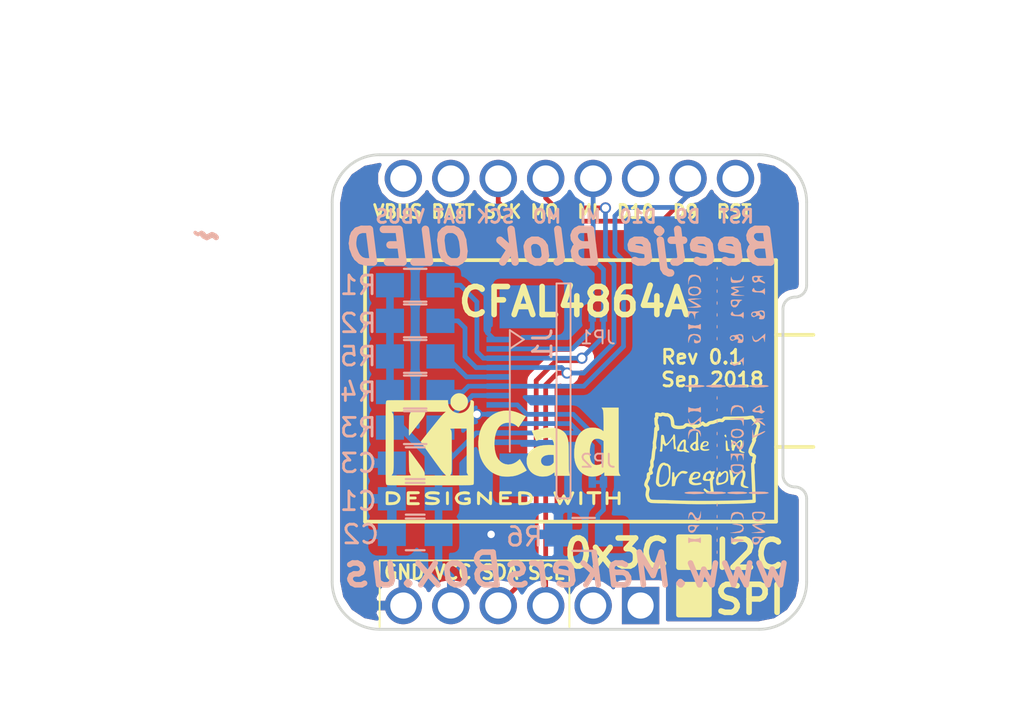
<source format=kicad_pcb>
(kicad_pcb (version 4) (host pcbnew 4.0.7)
  (title_block (title "Beetje 32U4 Blok") (date 2018-08-10) (rev 0.0) (company www.MakersBox.us) (comment 1 648.ken@gmail.com))
  (layers (0 F.Cu signal) (31 B.Cu signal hide) (34 B.Paste user) (35 F.Paste user) (36 B.SilkS user) (37 F.SilkS user) (38 B.Mask user) (39 F.Mask user) (44 Edge.Cuts user))
  (net 0 "")
  (net 1 GND)
  (net 2 VBUS)
  (net 3 +BATT)
  (net 4 /D10)
  (net 5 /D9)
  (net 6 /A0)
  (net 7 /~RESET)
  (net 8 VCC)
  (net 9 "Net-(J1-Pad5)")
  (net 10 "Net-(J1-Pad7)")
  (net 11 "Net-(J1-Pad2)")
  (net 12 "Net-(J1-Pad8)")
  (net 13 /MISO)
  (net 14 /MOSI)
  (net 15 /D6)
  (module footprints:Beetje_Bottom (layer F.Cu) (at 158.75 110.49 270)
    (fp_text reference J2 hide)
    (fp_text value Beetje_Bottom)
    (fp_text user "GND VCC SDA SCL " (at -1.778 8.636 360) (layer F.SilkS) (effects (font (size 0.75 0.7))))
    (pad 1 thru_hole rect (at 0 0 270) (size 2 2) (drill 1.4) (layers *.Cu *.Mask) (net 6 /A0))
    (pad 2 thru_hole oval (at 0 2.54 270) (size 2 2) (drill 1.4) (layers *.Cu *.Mask) (net 15 /D6))
    (pad 3 thru_hole oval (at 0 5.08 270) (size 2 2) (drill 1.4) (layers *.Cu *.Mask) (net 14 /MOSI))
    (pad 4 thru_hole oval (at 0 7.62 270) (size 2 2) (drill 1.4) (layers *.Cu *.Mask) (net 13 /MISO))
    (pad 5 thru_hole oval (at 0 10.16 270) (size 2 2) (drill 1.4) (layers *.Cu *.Mask) (net 8 VCC))
    (pad 6 thru_hole oval (at 0 12.7 270) (size 2 2) (drill 1.4) (layers *.Cu *.Mask) (net 1 GND))
  )
  (module footprints:Jumper (layer B.Cu) (at 156.464 94.996 180)
    (fp_text reference JP1 (at 0 -1.143 180) (layer B.SilkS) (effects (font (size 0.7 0.7) (thickness 0.1)) (justify mirror)))
    (fp_text value Jumper)
    (pad 1 smd rect (at -0.3 0 180) (size 0.4 0.6) (layers B.Cu B.Paste B.Mask) (net 13 /MISO))
    (pad 2 smd rect (at 0.3 0 180) (size 0.4 0.6) (layers B.Cu B.Paste B.Mask) (net 11 "Net-(J1-Pad2)"))
    (pad MP1 smd rect (at 0 0 180) (size 0.254 0.2032) (layers B.Cu B.Paste B.Mask))
  )
  (module footprints:Jumper (layer B.Cu) (at 156.464 103.886)
    (fp_text reference JP2 (at 0 -1.143) (layer B.SilkS) (effects (font (size 0.7 0.7) (thickness 0.1)) (justify mirror)))
    (fp_text value Jumper)
    (pad 1 smd rect (at -0.3 0) (size 0.4 0.6) (layers B.Cu B.Paste B.Mask) (net 8 VCC))
    (pad 2 smd rect (at 0.3 0) (size 0.4 0.6) (layers B.Cu B.Paste B.Mask) (net 12 "Net-(J1-Pad8)"))
    (pad MP1 smd rect (at 0 0) (size 0.254 0.2032) (layers B.Cu B.Paste B.Mask))
  )
  (module connector-FFC:Hirose_FH12-12S-0.5SH_1x12-1MP_P0.50mm_Horizontal (layer B.Cu) (at 153 99 270)
    (fp_text reference J1 (at -2.5 -0.5 270) (layer B.SilkS) (effects (justify mirror)))
    (fp_text value 12FFCC)
    (pad MP smd rect (at 4.5 0.25 270) (size 2.3 3.1) (layers B.Cu B.Paste B.Mask))
    (pad MP smd rect (at -4.5 0.25 270) (size 2.3 3.1) (layers B.Cu B.Paste B.Mask))
    (pad 1 smd rect (at -2.75 1.85 270) (size 0.3 1.3) (layers B.Cu B.Paste B.Mask) (net 1 GND))
    (pad 2 smd rect (at -2.25 1.85 270) (size 0.3 1.3) (layers B.Cu B.Paste B.Mask) (net 11 "Net-(J1-Pad2)"))
    (pad 3 smd rect (at -1.75 1.85 270) (size 0.3 1.3) (layers B.Cu B.Paste B.Mask) (net 13 /MISO))
    (pad 4 smd rect (at -1.25 1.85 270) (size 0.3 1.3) (layers B.Cu B.Paste B.Mask) (net 14 /MOSI))
    (pad 5 smd rect (at -0.75 1.85 270) (size 0.3 1.3) (layers B.Cu B.Paste B.Mask) (net 9 "Net-(J1-Pad5)"))
    (pad 6 smd rect (at -0.25 1.85 270) (size 0.3 1.3) (layers B.Cu B.Paste B.Mask) (net 5 /D9))
    (pad 7 smd rect (at 0.25 1.85 270) (size 0.3 1.3) (layers B.Cu B.Paste B.Mask) (net 10 "Net-(J1-Pad7)"))
    (pad 8 smd rect (at 0.75 1.85 270) (size 0.3 1.3) (layers B.Cu B.Paste B.Mask) (net 12 "Net-(J1-Pad8)"))
    (pad 9 smd rect (at 1.25 1.85 270) (size 0.3 1.3) (layers B.Cu B.Paste B.Mask) (net 1 GND))
    (pad 10 smd rect (at 1.75 1.85 270) (size 0.3 1.3) (layers B.Cu B.Paste B.Mask) (net 8 VCC))
    (pad 11 smd rect (at 2.25 1.85 270) (size 0.3 1.3) (layers B.Cu B.Paste B.Mask) (net 8 VCC))
    (pad 12 smd rect (at 2.75 1.85 270) (size 0.3 1.3) (layers B.Cu B.Paste B.Mask) (net 1 GND))
  )
  (module footprints:MadeInOregonRev25 (layer B.Cu) (at 162.052 102.616 180)
    (fp_text reference VAL hide)
    (fp_text value MadeInOregonRev25 hide)
  )
  (module footprints:config (layer B.Cu) (at 163.322 100.076 270)
    (fp_text reference G*** hide)
    (fp_text value LOGO hide)
  )
  (module Symbols:KiCad-Logo2_6mm_SilkScreen (layer F.Cu) (at 151.384 102.108)
    (fp_text reference REF*** hide)
    (fp_text value KiCad-Logo2_6mm_SilkScreen hide)
  )
  (module footprints:Beetje_Top (layer F.Cu) (at 163.83 87.63 270)
    (fp_text reference J4 hide)
    (fp_text value Beetje_Top)
    (fp_text user "RST  D9  D10  MI  MO  SCK BAT VBUS" (at 2.032 9.144 360) (layer B.SilkS) (effects (font (size 0.7 0.675)) (justify mirror)))
    (fp_text user "VBUS BATT SCK MO  MI  D10  D9  RST" (at 1.778 9.271 360) (layer F.SilkS) (effects (font (size 0.7 0.675))))
    (pad 1 thru_hole circle (at 0 0 270) (size 2 2) (drill 1.4) (layers *.Cu *.Mask) (net 7 /~RESET))
    (pad 2 thru_hole oval (at 0 2.54 270) (size 2 2) (drill 1.4) (layers *.Cu *.Mask) (net 5 /D9))
    (pad 3 thru_hole oval (at 0 5.08 270) (size 2 2) (drill 1.4) (layers *.Cu *.Mask) (net 4 /D10))
    (pad 4 thru_hole oval (at 0 7.62 270) (size 2 2) (drill 1.4) (layers *.Cu *.Mask) (net 13 /MISO))
    (pad 5 thru_hole circle (at 0 10.16 270) (size 2 2) (drill 1.4) (layers *.Cu *.Mask) (net 14 /MOSI))
    (pad 6 thru_hole circle (at 0 12.7 270) (size 2 2) (drill 1.4) (layers *.Cu *.Mask) (net 5 /D9))
    (pad 7 thru_hole circle (at 0 15.24 270) (size 2 2) (drill 1.4) (layers *.Cu *.Mask) (net 3 +BATT))
    (pad 8 thru_hole circle (at 0 17.78 270) (size 2 2) (drill 1.4) (layers *.Cu *.Mask) (net 2 VBUS))
  )
  (module Capacitors_SMD:C_0805_HandSoldering (layer B.Cu) (at 146.685 106.68 180)
    (fp_text reference C2 (at 2.921 0 360) (layer B.SilkS) (effects (justify mirror)))
    (fp_text value 0.1uF)
    (pad 1 smd rect (at -1.25 0 180) (size 1.5 1.25) (layers B.Cu B.Paste B.Mask) (net 8 VCC))
    (pad 2 smd rect (at 1.25 0 180) (size 1.5 1.25) (layers B.Cu B.Paste B.Mask) (net 1 GND))
  )
  (module Capacitors_SMD:C_0805_HandSoldering (layer B.Cu) (at 146.685 104.775 180)
    (fp_text reference C1 (at 3.048 -0.127 360) (layer B.SilkS) (effects (justify mirror)))
    (fp_text value 1uF)
    (pad 1 smd rect (at -1.25 0 180) (size 1.5 1.25) (layers B.Cu B.Paste B.Mask) (net 8 VCC))
    (pad 2 smd rect (at 1.25 0 180) (size 1.5 1.25) (layers B.Cu B.Paste B.Mask) (net 1 GND))
  )
  (module Capacitors_SMD:C_0805_HandSoldering (layer B.Cu) (at 146.685 102.87 180)
    (fp_text reference C3 (at 3.048 0 180) (layer B.SilkS) (effects (justify mirror)))
    (fp_text value 0.1uF)
    (pad 1 smd rect (at -1.25 0 180) (size 1.5 1.25) (layers B.Cu B.Paste B.Mask) (net 8 VCC))
    (pad 2 smd rect (at 1.25 0 180) (size 1.5 1.25) (layers B.Cu B.Paste B.Mask) (net 1 GND))
  )
  (module Resistors_SMD:R_0805_HandSoldering (layer B.Cu) (at 146.685 100.965)
    (fp_text reference R3 (at -3.048 0) (layer B.SilkS) (effects (justify mirror)))
    (fp_text value 10K)
    (pad 1 smd rect (at -1.35 0) (size 1.5 1.3) (layers B.Cu B.Paste B.Mask) (net 8 VCC))
    (pad 2 smd rect (at 1.35 0) (size 1.5 1.3) (layers B.Cu B.Paste B.Mask) (net 10 "Net-(J1-Pad7)"))
  )
  (module Resistors_SMD:R_0805_HandSoldering (layer B.Cu) (at 146.685 99.06)
    (fp_text reference R4 (at -3.048 0) (layer B.SilkS) (effects (justify mirror)))
    (fp_text value 10K)
    (pad 1 smd rect (at -1.35 0) (size 1.5 1.3) (layers B.Cu B.Paste B.Mask) (net 8 VCC))
    (pad 2 smd rect (at 1.35 0) (size 1.5 1.3) (layers B.Cu B.Paste B.Mask) (net 5 /D9))
  )
  (module Resistors_SMD:R_0805_HandSoldering (layer B.Cu) (at 146.685 97.155)
    (fp_text reference R5 (at -3.048 0) (layer B.SilkS) (effects (justify mirror)))
    (fp_text value 10K)
    (pad 1 smd rect (at -1.35 0) (size 1.5 1.3) (layers B.Cu B.Paste B.Mask) (net 8 VCC))
    (pad 2 smd rect (at 1.35 0) (size 1.5 1.3) (layers B.Cu B.Paste B.Mask) (net 9 "Net-(J1-Pad5)"))
  )
  (module Resistors_SMD:R_0805_HandSoldering (layer B.Cu) (at 146.685 95.25)
    (fp_text reference R2 (at -3.048 0.127) (layer B.SilkS) (effects (justify mirror)))
    (fp_text value 4K7)
    (pad 1 smd rect (at -1.35 0) (size 1.5 1.3) (layers B.Cu B.Paste B.Mask) (net 8 VCC))
    (pad 2 smd rect (at 1.35 0) (size 1.5 1.3) (layers B.Cu B.Paste B.Mask) (net 14 /MOSI))
  )
  (module Resistors_SMD:R_0805_HandSoldering (layer B.Cu) (at 146.685 93.345)
    (fp_text reference R1 (at -3.048 0) (layer B.SilkS) (effects (justify mirror)))
    (fp_text value 4K7)
    (pad 1 smd rect (at -1.35 0) (size 1.5 1.3) (layers B.Cu B.Paste B.Mask) (net 8 VCC))
    (pad 2 smd rect (at 1.35 0) (size 1.5 1.3) (layers B.Cu B.Paste B.Mask) (net 13 /MISO))
  )
  (module Resistors_SMD:R_0805_HandSoldering (layer B.Cu) (at 155.702 106.68 180)
    (fp_text reference R6 (at 3.175 -0.127 180) (layer B.SilkS) (effects (justify mirror)))
    (fp_text value 10K)
    (pad 1 smd rect (at -1.35 0 180) (size 1.5 1.3) (layers B.Cu B.Paste B.Mask) (net 12 "Net-(J1-Pad8)"))
    (pad 2 smd rect (at 1.35 0 180) (size 1.5 1.3) (layers B.Cu B.Paste B.Mask) (net 1 GND))
  )
  (gr_line (start 167.64 104.775) (end 167.64 109.22) (angle 90) (layer Edge.Cuts) (width 0.15))
  (gr_line (start 167.64 93.345) (end 167.64 88.9) (angle 90) (layer Edge.Cuts) (width 0.15))
  (gr_line (start 166.37 103.505) (end 166.37 94.615) (angle 90) (layer Edge.Cuts) (width 0.15))
  (gr_arc (start 167.005 103.505) (end 167.005 104.14) (angle 90) (layer Edge.Cuts) (width 0.15))
  (gr_arc (start 167.005 104.775) (end 167.005 104.14) (angle 90) (layer Edge.Cuts) (width 0.15))
  (gr_arc (start 167.005 94.615) (end 166.37 94.615) (angle 90) (layer Edge.Cuts) (width 0.15))
  (gr_arc (start 167.005 93.345) (end 167.64 93.345) (angle 90) (layer Edge.Cuts) (width 0.15))
  (gr_text 0x3C (at 157.48 107.696) (layer F.SilkS) (effects (font (size 1.5 1.5) (thickness 0.3))))
  (gr_text "I2C\nSPI" (at 164.592 108.966) (layer F.SilkS) (effects (font (size 1.5 1.5) (thickness 0.3))))
  (gr_line (start 166 102) (end 168 102) (angle 90) (layer F.SilkS) (width 0.2))
  (gr_line (start 166 96) (end 168 96) (angle 90) (layer F.SilkS) (width 0.2))
  (gr_line (start 144 106) (end 166 106) (angle 90) (layer F.SilkS) (width 0.2))
  (gr_line (start 166 92) (end 166 106) (angle 90) (layer F.SilkS) (width 0.2))
  (gr_line (start 144 92) (end 144 106) (angle 90) (layer F.SilkS) (width 0.2))
  (gr_line (start 144 92) (end 166 92) (angle 90) (layer F.SilkS) (width 0.2))
  (gr_text CFAL4864A (at 155.194 94.234) (layer F.SilkS) (effects (font (size 1.5 1.5) (thickness 0.3))))
  (gr_text "Rev 0.1\nSep 2018" (at 159.766 97.79) (layer F.SilkS) (effects (font (size 0.75 0.75)) (justify left)))
  (gr_line (start 142.24 109.22) (end 142.24 88.9) (angle 90) (layer Edge.Cuts) (width 0.15))
  (gr_line (start 165.1 111.76) (end 144.78 111.76) (angle 90) (layer Edge.Cuts) (width 0.15))
  (gr_line (start 144.78 86.36) (end 165.1 86.36) (angle 90) (layer Edge.Cuts) (width 0.15))
  (gr_arc (start 144.78 88.9) (end 142.24 88.9) (angle 90) (layer Edge.Cuts) (width 0.15))
  (gr_arc (start 144.78 109.22) (end 144.78 111.76) (angle 90) (layer Edge.Cuts) (width 0.15))
  (gr_arc (start 165.1 109.22) (end 167.64 109.22) (angle 90) (layer Edge.Cuts) (width 0.15))
  (gr_arc (start 165.1 88.9) (end 165.1 86.36) (angle 90) (layer Edge.Cuts) (width 0.15))
  (gr_text www.MakersBox.us (at 167.005 108.585) (layer B.SilkS) (effects (font (size 1.75 1.75) (thickness 0.3) italic) (justify left mirror)))
  (gr_text "Beetje Blok OLED" (at 166.37 91.313) (layer B.SilkS) (effects (font (size 1.75 1.75) (thickness 0.4) italic) (justify left mirror)))
  (gr_text ~ (at 135.636 90.678) (layer B.SilkS) (effects (font (size 1.5 1.5) (thickness 0.3)) (justify mirror)))
  (gr_text ~ (at 135.128 90.551) (layer B.SilkS) (effects (font (size 1 1) (thickness 0.2)) (justify mirror)))
  (segment (start 151.15 100.25) (end 149.9908 100.25) (width 0.254) (layer B.Cu) (net 1))
  (segment (start 149.606 105.537) (end 150.749 106.68) (width 0.254) (layer F.Cu) (net 1))
  (segment (start 149.606 100.6348) (end 149.606 105.537) (width 0.254) (layer F.Cu) (net 1))
  (segment (start 149.987 100.2538) (end 149.606 100.6348) (width 0.254) (layer F.Cu) (net 1))
  (via (at 149.987 100.2538) (size 0.6) (drill 0.4) (layers F.Cu B.Cu) (net 1))
  (segment (start 149.9908 100.25) (end 149.987 100.2538) (width 0.254) (layer B.Cu) (net 1))
  (segment (start 150.5458 95.7326) (end 150.5458 93.2688) (width 0.4064) (layer B.Cu) (net 1))
  (segment (start 144.526 102.87) (end 145.435 102.87) (width 0.4064) (layer B.Cu) (net 1))
  (segment (start 143.5862 101.9302) (end 144.526 102.87) (width 0.4064) (layer B.Cu) (net 1))
  (segment (start 143.5862 92.7608) (end 143.5862 101.9302) (width 0.4064) (layer B.Cu) (net 1))
  (segment (start 144.2466 92.1004) (end 143.5862 92.7608) (width 0.4064) (layer B.Cu) (net 1))
  (segment (start 149.3774 92.1004) (end 144.2466 92.1004) (width 0.4064) (layer B.Cu) (net 1))
  (segment (start 150.5458 93.2688) (end 149.3774 92.1004) (width 0.4064) (layer B.Cu) (net 1))
  (segment (start 151.15 96.25) (end 150.9108 96.25) (width 0.254) (layer B.Cu) (net 1))
  (segment (start 150.9108 96.25) (end 150.5458 95.885) (width 0.254) (layer B.Cu) (net 1))
  (segment (start 150.5458 95.885) (end 150.5458 95.7326) (width 0.254) (layer B.Cu) (net 1))
  (segment (start 150.5458 95.7326) (end 150.5458 95.377) (width 0.254) (layer B.Cu) (net 1))
  (segment (start 154.352 106.68) (end 150.749 106.68) (width 0.4064) (layer B.Cu) (net 1))
  (segment (start 146.05 107.95) (end 146.05 110.49) (width 0.4064) (layer F.Cu) (net 1))
  (segment (start 147.32 106.68) (end 146.05 107.95) (width 0.4064) (layer F.Cu) (net 1))
  (segment (start 150.749 106.68) (end 147.32 106.68) (width 0.4064) (layer F.Cu) (net 1))
  (via (at 150.749 106.68) (size 0.6) (drill 0.4) (layers F.Cu B.Cu) (net 1))
  (segment (start 146.05 110.49) (end 146.05 108.712) (width 0.4064) (layer B.Cu) (net 1))
  (segment (start 145.435 108.097) (end 145.435 106.68) (width 0.4064) (layer B.Cu) (net 1))
  (segment (start 146.05 108.712) (end 145.435 108.097) (width 0.4064) (layer B.Cu) (net 1))
  (segment (start 145.435 104.775) (end 145.435 102.87) (width 0.4064) (layer B.Cu) (net 1))
  (segment (start 145.435 106.68) (end 145.435 104.775) (width 0.4064) (layer B.Cu) (net 1))
  (segment (start 151.15 101.75) (end 154.455 101.75) (width 0.254) (layer B.Cu) (net 1))
  (segment (start 154.952 102.247) (end 154.952 106.68) (width 0.254) (layer B.Cu) (net 1))
  (segment (start 154.455 101.75) (end 154.952 102.247) (width 0.254) (layer B.Cu) (net 1))
  (segment (start 151.15 98.75) (end 155.7072 98.75) (width 0.254) (layer B.Cu) (net 5))
  (segment (start 160.6296 89.1794) (end 161.29 88.519) (width 0.254) (layer B.Cu) (net 5))
  (segment (start 157.8356 89.1794) (end 160.6296 89.1794) (width 0.254) (layer B.Cu) (net 5))
  (segment (start 157.3784 89.6366) (end 157.8356 89.1794) (width 0.254) (layer B.Cu) (net 5))
  (segment (start 157.3784 91.5924) (end 157.3784 89.6366) (width 0.254) (layer B.Cu) (net 5))
  (segment (start 157.8356 92.0496) (end 157.3784 91.5924) (width 0.254) (layer B.Cu) (net 5))
  (segment (start 157.8356 96.6216) (end 157.8356 92.0496) (width 0.254) (layer B.Cu) (net 5))
  (segment (start 155.7072 98.75) (end 157.8356 96.6216) (width 0.254) (layer B.Cu) (net 5))
  (segment (start 161.29 88.519) (end 161.29 87.63) (width 0.254) (layer B.Cu) (net 5))
  (segment (start 161.29 88.5698) (end 161.29 87.63) (width 0.254) (layer B.Cu) (net 5))
  (segment (start 151.13 87.63) (end 151.13 88.9) (width 0.254) (layer F.Cu) (net 5))
  (segment (start 151.13 88.9) (end 152.146 89.916) (width 0.254) (layer F.Cu) (net 5))
  (segment (start 152.146 89.916) (end 159.893 89.916) (width 0.254) (layer F.Cu) (net 5))
  (segment (start 159.893 89.916) (end 161.29 88.519) (width 0.254) (layer F.Cu) (net 5))
  (segment (start 161.29 88.519) (end 161.29 87.63) (width 0.254) (layer F.Cu) (net 5))
  (segment (start 151.15 98.75) (end 149.535 98.75) (width 0.254) (layer B.Cu) (net 5))
  (segment (start 149.225 99.06) (end 147.435 99.06) (width 0.254) (layer B.Cu) (net 5))
  (segment (start 149.535 98.75) (end 149.225 99.06) (width 0.254) (layer B.Cu) (net 5))
  (segment (start 147.935 102.87) (end 148.336 102.87) (width 0.254) (layer B.Cu) (net 8))
  (segment (start 148.336 102.87) (end 149.956 101.25) (width 0.254) (layer B.Cu) (net 8))
  (segment (start 149.956 101.25) (end 151.15 101.25) (width 0.254) (layer B.Cu) (net 8))
  (segment (start 148.59 110.49) (end 148.59 108.966) (width 0.4064) (layer B.Cu) (net 8))
  (segment (start 147.935 108.311) (end 147.935 106.68) (width 0.4064) (layer B.Cu) (net 8))
  (segment (start 148.59 108.966) (end 147.935 108.311) (width 0.4064) (layer B.Cu) (net 8))
  (segment (start 147.935 104.775) (end 147.935 106.68) (width 0.4064) (layer B.Cu) (net 8))
  (segment (start 147.935 102.87) (end 147.935 104.775) (width 0.4064) (layer B.Cu) (net 8))
  (segment (start 145.335 95.25) (end 145.335 93.345) (width 0.4064) (layer B.Cu) (net 8))
  (segment (start 145.335 97.155) (end 145.335 95.25) (width 0.4064) (layer B.Cu) (net 8))
  (segment (start 145.335 99.06) (end 145.335 97.155) (width 0.4064) (layer B.Cu) (net 8))
  (segment (start 145.335 100.965) (end 145.335 99.06) (width 0.4064) (layer B.Cu) (net 8))
  (segment (start 147.435 102.87) (end 147.435 102.465) (width 0.4064) (layer B.Cu) (net 8))
  (segment (start 147.435 102.465) (end 145.935 100.965) (width 0.4064) (layer B.Cu) (net 8))
  (segment (start 145.935 100.965) (end 145.935 101.37) (width 0.254) (layer B.Cu) (net 8))
  (segment (start 148.336 102.87) (end 147.435 102.87) (width 0.254) (layer B.Cu) (net 8))
  (segment (start 151.15 100.75) (end 154.979 100.75) (width 0.254) (layer B.Cu) (net 8))
  (segment (start 154.979 100.75) (end 155.479 101.25) (width 0.254) (layer B.Cu) (net 8))
  (segment (start 151.15 101.25) (end 155.479 101.25) (width 0.254) (layer B.Cu) (net 8))
  (segment (start 156.164 101.935) (end 156.164 103.886) (width 0.254) (layer B.Cu) (net 8))
  (segment (start 155.479 101.25) (end 156.164 101.935) (width 0.254) (layer B.Cu) (net 8))
  (segment (start 148.971 97.79) (end 148.336 97.155) (width 0.254) (layer B.Cu) (net 9))
  (segment (start 149.431 98.25) (end 148.971 97.79) (width 0.254) (layer B.Cu) (net 9))
  (segment (start 151.15 98.25) (end 149.431 98.25) (width 0.254) (layer B.Cu) (net 9))
  (segment (start 148.336 97.155) (end 147.435 97.155) (width 0.254) (layer B.Cu) (net 9))
  (segment (start 151.15 99.25) (end 149.7462 99.25) (width 0.254) (layer B.Cu) (net 10))
  (segment (start 149.7462 99.25) (end 148.035 100.9612) (width 0.254) (layer B.Cu) (net 10))
  (segment (start 148.035 100.9612) (end 148.035 100.965) (width 0.254) (layer B.Cu) (net 10))
  (segment (start 151.15 96.75) (end 155.091 96.75) (width 0.254) (layer B.Cu) (net 11))
  (segment (start 156.164 95.677) (end 156.164 94.996) (width 0.254) (layer B.Cu) (net 11))
  (segment (start 155.091 96.75) (end 156.164 95.677) (width 0.254) (layer B.Cu) (net 11))
  (segment (start 151.15 99.75) (end 152.1502 99.75) (width 0.254) (layer B.Cu) (net 12))
  (segment (start 155.1432 100.2538) (end 156.764 101.8746) (width 0.254) (layer B.Cu) (net 12))
  (segment (start 152.654 100.2538) (end 155.1432 100.2538) (width 0.254) (layer B.Cu) (net 12))
  (segment (start 152.1502 99.75) (end 152.654 100.2538) (width 0.254) (layer B.Cu) (net 12))
  (segment (start 156.452 106.68) (end 156.452 105.676) (width 0.254) (layer B.Cu) (net 12))
  (segment (start 156.764 105.364) (end 156.764 103.886) (width 0.254) (layer B.Cu) (net 12))
  (segment (start 156.452 105.676) (end 156.764 105.364) (width 0.254) (layer B.Cu) (net 12))
  (segment (start 156.764 103.886) (end 156.764 101.8746) (width 0.254) (layer B.Cu) (net 12))
  (segment (start 154.9654 97.25) (end 155.607 97.25) (width 0.254) (layer B.Cu) (net 13))
  (via (at 155.607 97.25) (size 0.6) (drill 0.4) (layers F.Cu B.Cu) (net 13))
  (segment (start 153.162 108.458) (end 151.13 110.49) (width 0.254) (layer F.Cu) (net 13))
  (segment (start 153.162 98.4504) (end 153.162 108.458) (width 0.254) (layer F.Cu) (net 13))
  (segment (start 154.2288 97.3836) (end 153.162 98.4504) (width 0.254) (layer F.Cu) (net 13))
  (segment (start 155.4734 97.3836) (end 154.2288 97.3836) (width 0.254) (layer F.Cu) (net 13))
  (segment (start 155.607 97.25) (end 155.4734 97.3836) (width 0.254) (layer F.Cu) (net 13))
  (segment (start 151.15 97.25) (end 150.336 97.25) (width 0.254) (layer B.Cu) (net 13))
  (segment (start 149.098 93.345) (end 148.035 93.345) (width 0.254) (layer B.Cu) (net 13))
  (segment (start 149.987 94.234) (end 149.098 93.345) (width 0.254) (layer B.Cu) (net 13))
  (segment (start 149.987 96.901) (end 149.987 94.234) (width 0.254) (layer B.Cu) (net 13))
  (segment (start 150.336 97.25) (end 149.987 96.901) (width 0.254) (layer B.Cu) (net 13))
  (segment (start 156.764 94.996) (end 156.764 92.502) (width 0.254) (layer B.Cu) (net 13))
  (segment (start 156.21 91.948) (end 156.21 87.63) (width 0.254) (layer B.Cu) (net 13))
  (segment (start 156.764 92.502) (end 156.21 91.948) (width 0.254) (layer B.Cu) (net 13))
  (segment (start 156.764 94.996) (end 156.764 96.093) (width 0.254) (layer B.Cu) (net 13))
  (segment (start 154.9654 97.25) (end 151.15 97.25) (width 0.254) (layer B.Cu) (net 13))
  (segment (start 156.764 96.093) (end 155.607 97.25) (width 0.254) (layer B.Cu) (net 13))
  (segment (start 154.813 98.044) (end 155.702 98.044) (width 0.254) (layer B.Cu) (net 14))
  (segment (start 153.67 88.6714) (end 153.67 87.63) (width 0.254) (layer F.Cu) (net 14))
  (segment (start 154.2034 89.2048) (end 153.67 88.6714) (width 0.254) (layer F.Cu) (net 14))
  (segment (start 156.8704 89.2048) (end 154.2034 89.2048) (width 0.254) (layer F.Cu) (net 14))
  (via (at 156.8704 89.2048) (size 0.6) (drill 0.4) (layers F.Cu B.Cu) (net 14))
  (segment (start 156.8704 91.7956) (end 156.8704 89.2048) (width 0.254) (layer B.Cu) (net 14))
  (segment (start 157.3276 92.2528) (end 156.8704 91.7956) (width 0.254) (layer B.Cu) (net 14))
  (segment (start 157.3276 96.4184) (end 157.3276 92.2528) (width 0.254) (layer B.Cu) (net 14))
  (segment (start 155.702 98.044) (end 157.3276 96.4184) (width 0.254) (layer B.Cu) (net 14))
  (segment (start 153.67 110.49) (end 153.67 98.675802) (width 0.254) (layer F.Cu) (net 14))
  (segment (start 154.813 98.044) (end 154.301802 98.044) (width 0.254) (layer F.Cu) (net 14))
  (segment (start 154.519 97.75) (end 154.813 98.044) (width 0.254) (layer B.Cu) (net 14))
  (via (at 154.813 98.044) (size 0.6) (drill 0.4) (layers F.Cu B.Cu) (net 14))
  (segment (start 154.519 97.75) (end 151.15 97.75) (width 0.254) (layer B.Cu) (net 14))
  (segment (start 154.301802 98.044) (end 154.1018 98.244002) (width 0.254) (layer F.Cu) (net 14))
  (segment (start 153.67 98.675802) (end 154.1018 98.244002) (width 0.254) (layer F.Cu) (net 14))
  (segment (start 147.447 95.25) (end 148.035 95.25) (width 0.254) (layer B.Cu) (net 14))
  (segment (start 151.15 97.75) (end 149.947 97.75) (width 0.254) (layer B.Cu) (net 14))
  (segment (start 148.971 95.25) (end 148.035 95.25) (width 0.254) (layer B.Cu) (net 14))
  (segment (start 149.352 95.631) (end 148.971 95.25) (width 0.254) (layer B.Cu) (net 14))
  (segment (start 149.352 97.155) (end 149.352 95.631) (width 0.254) (layer B.Cu) (net 14))
  (segment (start 149.947 97.75) (end 149.352 97.155) (width 0.254) (layer B.Cu) (net 14))
  (segment (start 147.828 95.25) (end 147.435 95.25) (width 0.254) (layer B.Cu) (net 14))
  (segment (start 147.955 95.377) (end 147.828 95.25) (width 0.254) (layer B.Cu) (net 14))
  (zone (net 1) (net_name GND) (layer F.Cu) (connect_pads (clearance 0.35)) (min_thickness 0.2) (fill yes (arc_segments 16) (thermal_gap 0.508) (thermal_bridge_width 0.508))
    (polygon (pts (xy 167.64 113.03) (xy 124.46 113.03) (xy 124.46 82.55) (xy 167.64 82.55)))
  )
  (zone (net 1) (net_name GND) (layer B.Cu) (connect_pads (clearance 0.35)) (min_thickness 0.2) (fill yes (arc_segments 16) (thermal_gap 0.508) (thermal_bridge_width 0.508))
    (polygon (pts (xy 168.91 114.3) (xy 123.19 114.3) (xy 123.19 81.28) (xy 168.91 81.28)))
  )
  (zone (net 0) (net_name "") (layer F.SilkS) (connect_pads (clearance 0.35)) (min_thickness 0.254) (fill yes (arc_segments 16) (thermal_gap 0.508) (thermal_bridge_width 0.508))
    (polygon (pts (xy 162.56 108.585) (xy 160.655 108.585) (xy 160.655 106.68) (xy 162.56 106.68)))
  )
  (zone (net 0) (net_name "") (layer F.SilkS) (connect_pads (clearance 0.35)) (min_thickness 0.254) (fill yes (arc_segments 16) (thermal_gap 0.508) (thermal_bridge_width 0.508))
    (polygon (pts (xy 162.56 111.125) (xy 160.655 111.125) (xy 160.655 109.22) (xy 162.56 109.22)))
  )
)
</source>
